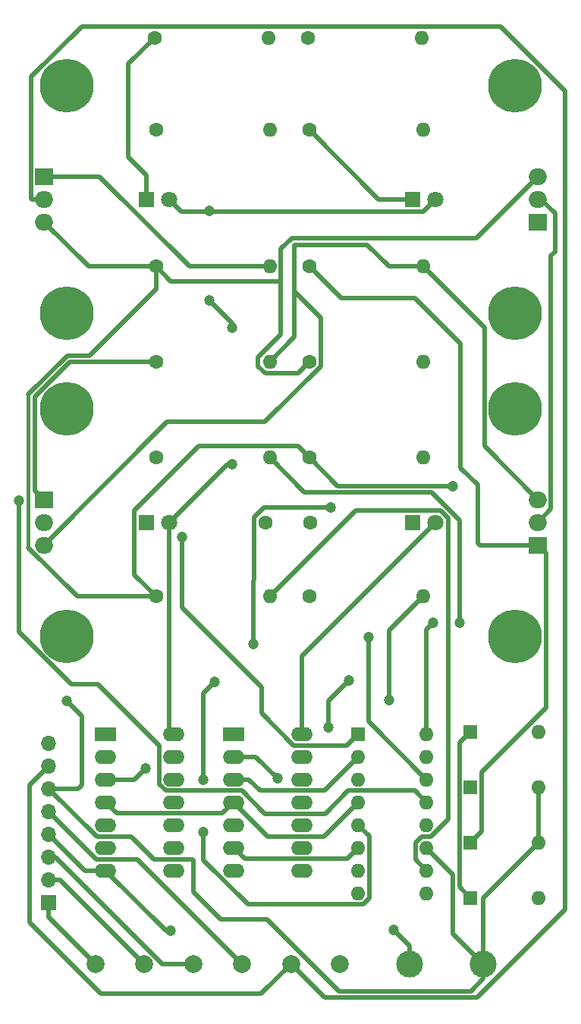
<source format=gtl>
%TF.GenerationSoftware,KiCad,Pcbnew,7.0.11*%
%TF.CreationDate,2024-05-22T12:52:35-06:00*%
%TF.ProjectId,H_Bridge,485f4272-6964-4676-952e-6b696361645f,rev?*%
%TF.SameCoordinates,Original*%
%TF.FileFunction,Copper,L1,Top*%
%TF.FilePolarity,Positive*%
%FSLAX46Y46*%
G04 Gerber Fmt 4.6, Leading zero omitted, Abs format (unit mm)*
G04 Created by KiCad (PCBNEW 7.0.11) date 2024-05-22 12:52:35*
%MOMM*%
%LPD*%
G01*
G04 APERTURE LIST*
%TA.AperFunction,ComponentPad*%
%ADD10C,6.000000*%
%TD*%
%TA.AperFunction,ComponentPad*%
%ADD11R,1.800000X1.800000*%
%TD*%
%TA.AperFunction,ComponentPad*%
%ADD12C,1.800000*%
%TD*%
%TA.AperFunction,ComponentPad*%
%ADD13R,1.600000X1.600000*%
%TD*%
%TA.AperFunction,ComponentPad*%
%ADD14O,1.600000X1.600000*%
%TD*%
%TA.AperFunction,ComponentPad*%
%ADD15C,1.600000*%
%TD*%
%TA.AperFunction,ComponentPad*%
%ADD16C,2.000000*%
%TD*%
%TA.AperFunction,ComponentPad*%
%ADD17R,2.400000X1.600000*%
%TD*%
%TA.AperFunction,ComponentPad*%
%ADD18O,2.400000X1.600000*%
%TD*%
%TA.AperFunction,ComponentPad*%
%ADD19R,2.000000X1.905000*%
%TD*%
%TA.AperFunction,ComponentPad*%
%ADD20O,2.000000X1.905000*%
%TD*%
%TA.AperFunction,ComponentPad*%
%ADD21C,3.000000*%
%TD*%
%TA.AperFunction,ComponentPad*%
%ADD22R,1.700000X1.700000*%
%TD*%
%TA.AperFunction,ComponentPad*%
%ADD23O,1.700000X1.700000*%
%TD*%
%TA.AperFunction,ViaPad*%
%ADD24C,1.200000*%
%TD*%
%TA.AperFunction,Conductor*%
%ADD25C,0.500000*%
%TD*%
%TA.AperFunction,Conductor*%
%ADD26C,0.200000*%
%TD*%
%TA.AperFunction,Conductor*%
%ADD27C,0.400000*%
%TD*%
G04 APERTURE END LIST*
D10*
%TO.P,HS4,1*%
%TO.N,N/C*%
X184658000Y-84836000D03*
X184658000Y-110236000D03*
%TD*%
D11*
%TO.P,D7,1,K*%
%TO.N,Net-(D7-K)*%
X173228000Y-97536000D03*
D12*
%TO.P,D7,2,A*%
%TO.N,+5V*%
X175768000Y-97536000D03*
%TD*%
D13*
%TO.P,D6,1,K*%
%TO.N,+12V*%
X179658000Y-139446000D03*
D14*
%TO.P,D6,2,A*%
%TO.N,Net-(D6-A)*%
X187278000Y-139446000D03*
%TD*%
D15*
%TO.P,R10,1*%
%TO.N,Net-(D6-A)*%
X161671000Y-105791000D03*
D14*
%TO.P,R10,2*%
%TO.N,Net-(R10-Pad2)*%
X174371000Y-105791000D03*
%TD*%
D13*
%TO.P,D3,1,K*%
%TO.N,+12V*%
X179658000Y-120904000D03*
D14*
%TO.P,D3,2,A*%
%TO.N,Net-(D3-A)*%
X187278000Y-120904000D03*
%TD*%
D16*
%TO.P,TP3,1,1*%
%TO.N,+5V*%
X148701400Y-146812000D03*
%TD*%
D13*
%TO.P,U3,1*%
%TO.N,Net-(R1-Pad2)*%
X167132000Y-121158000D03*
D14*
%TO.P,U3,2*%
%TO.N,/CW0*%
X167132000Y-123698000D03*
%TO.P,U3,3*%
%TO.N,Net-(R2-Pad2)*%
X167132000Y-126238000D03*
%TO.P,U3,4*%
%TO.N,/CCW1*%
X167132000Y-128778000D03*
%TO.P,U3,5*%
%TO.N,Net-(R12-Pad2)*%
X167132000Y-131318000D03*
%TO.P,U3,6*%
%TO.N,/CCW0*%
X167132000Y-133858000D03*
%TO.P,U3,7*%
%TO.N,Net-(R11-Pad2)*%
X167132000Y-136398000D03*
%TO.P,U3,8*%
%TO.N,/CW1*%
X167132000Y-138938000D03*
%TO.P,U3,9*%
%TO.N,Net-(D5-K)*%
X174752000Y-138938000D03*
%TO.P,U3,10*%
%TO.N,Net-(R7-Pad2)*%
X174752000Y-136398000D03*
%TO.P,U3,11*%
%TO.N,GND1*%
X174752000Y-133858000D03*
%TO.P,U3,12*%
%TO.N,Net-(R10-Pad2)*%
X174752000Y-131318000D03*
%TO.P,U3,13*%
%TO.N,Net-(D4-K)*%
X174752000Y-128778000D03*
%TO.P,U3,14*%
%TO.N,Net-(R5-Pad2)*%
X174752000Y-126238000D03*
%TO.P,U3,15*%
%TO.N,GND1*%
X174752000Y-123698000D03*
%TO.P,U3,16*%
%TO.N,Net-(R4-Pad2)*%
X174752000Y-121158000D03*
%TD*%
D10*
%TO.P,HS2,1*%
%TO.N,N/C*%
X134620000Y-110236000D03*
X134620000Y-84836000D03*
%TD*%
D17*
%TO.P,U1,1*%
%TO.N,/S1*%
X138938000Y-121158000D03*
D18*
%TO.P,U1,2*%
%TO.N,/CW1*%
X138938000Y-123698000D03*
%TO.P,U1,3*%
%TO.N,/S0*%
X138938000Y-126238000D03*
%TO.P,U1,4*%
%TO.N,/CCW1*%
X138938000Y-128778000D03*
%TO.P,U1,5*%
%TO.N,unconnected-(U1-Pad5)*%
X138938000Y-131318000D03*
%TO.P,U1,6*%
%TO.N,unconnected-(U1-Pad6)*%
X138938000Y-133858000D03*
%TO.P,U1,7,GND*%
%TO.N,GND*%
X138938000Y-136398000D03*
%TO.P,U1,8*%
%TO.N,unconnected-(U1-Pad8)*%
X146558000Y-136398000D03*
%TO.P,U1,9*%
%TO.N,unconnected-(U1-Pad9)*%
X146558000Y-133858000D03*
%TO.P,U1,10*%
%TO.N,unconnected-(U1-Pad10)*%
X146558000Y-131318000D03*
%TO.P,U1,11*%
%TO.N,unconnected-(U1-Pad11)*%
X146558000Y-128778000D03*
%TO.P,U1,12*%
%TO.N,unconnected-(U1-Pad12)*%
X146558000Y-126238000D03*
%TO.P,U1,13*%
%TO.N,unconnected-(U1-Pad13)*%
X146558000Y-123698000D03*
%TO.P,U1,14,VCC*%
%TO.N,+5V*%
X146558000Y-121158000D03*
%TD*%
D19*
%TO.P,Q2,1,G*%
%TO.N,Net-(D4-K)*%
X132080000Y-94996000D03*
D20*
%TO.P,Q2,2,D*%
%TO.N,/M+*%
X132080000Y-97536000D03*
%TO.P,Q2,3,S*%
%TO.N,GND1*%
X132080000Y-100076000D03*
%TD*%
D21*
%TO.P,TP4,1,1*%
%TO.N,GND*%
X172851000Y-146812000D03*
%TD*%
D15*
%TO.P,R6,1*%
%TO.N,Net-(D4-K)*%
X144558334Y-79629000D03*
D14*
%TO.P,R6,2*%
%TO.N,GND1*%
X157258334Y-79629000D03*
%TD*%
D10*
%TO.P,HS1,1*%
%TO.N,N/C*%
X134620000Y-74168000D03*
X134620000Y-48768000D03*
%TD*%
D15*
%TO.P,R3,1*%
%TO.N,+12V*%
X144558334Y-68961000D03*
D14*
%TO.P,R3,2*%
%TO.N,Net-(D3-A)*%
X157258334Y-68961000D03*
%TD*%
D15*
%TO.P,R2,1*%
%TO.N,Net-(D2-K)*%
X144558334Y-53721000D03*
D14*
%TO.P,R2,2*%
%TO.N,Net-(R2-Pad2)*%
X157258334Y-53721000D03*
%TD*%
D15*
%TO.P,R1,1*%
%TO.N,Net-(D1-K)*%
X144431334Y-43434000D03*
D14*
%TO.P,R1,2*%
%TO.N,Net-(R1-Pad2)*%
X157131334Y-43434000D03*
%TD*%
D13*
%TO.P,D4,1,K*%
%TO.N,Net-(D4-K)*%
X179658000Y-127084666D03*
D14*
%TO.P,D4,2,A*%
%TO.N,GND1*%
X187278000Y-127084666D03*
%TD*%
D21*
%TO.P,TP6,1,1*%
%TO.N,GND1*%
X181102000Y-146812000D03*
%TD*%
D11*
%TO.P,D8,1,K*%
%TO.N,Net-(D8-K)*%
X173228000Y-61468000D03*
D12*
%TO.P,D8,2,A*%
%TO.N,+5V*%
X175768000Y-61468000D03*
%TD*%
D15*
%TO.P,R8,1*%
%TO.N,Net-(D5-K)*%
X161671000Y-68961000D03*
D14*
%TO.P,R8,2*%
%TO.N,GND1*%
X174371000Y-68961000D03*
%TD*%
D22*
%TO.P,J1,1,Pin_1*%
%TO.N,/S0*%
X132588000Y-139954000D03*
D23*
%TO.P,J1,2,Pin_2*%
%TO.N,/S1*%
X132588000Y-137414000D03*
%TO.P,J1,3,Pin_3*%
%TO.N,+5V*%
X132588000Y-134874000D03*
%TO.P,J1,4,Pin_4*%
%TO.N,GND*%
X132588000Y-132334000D03*
%TO.P,J1,5,Pin_5*%
%TO.N,+12V*%
X132588000Y-129794000D03*
%TO.P,J1,6,Pin_6*%
%TO.N,GND1*%
X132588000Y-127254000D03*
%TO.P,J1,7,Pin_7*%
%TO.N,/M+*%
X132588000Y-124714000D03*
%TO.P,J1,8,Pin_8*%
%TO.N,/M-*%
X132588000Y-122174000D03*
%TD*%
D15*
%TO.P,R4,1*%
%TO.N,Net-(D3-A)*%
X144558334Y-90297000D03*
D14*
%TO.P,R4,2*%
%TO.N,Net-(R4-Pad2)*%
X157258334Y-90297000D03*
%TD*%
D16*
%TO.P,TP7,1,1*%
%TO.N,/M+*%
X159633800Y-146812000D03*
%TD*%
D10*
%TO.P,HS3,1*%
%TO.N,N/C*%
X184658000Y-48768000D03*
X184658000Y-74168000D03*
%TD*%
D15*
%TO.P,R12,1*%
%TO.N,Net-(D8-K)*%
X161671000Y-53721000D03*
D14*
%TO.P,R12,2*%
%TO.N,Net-(R12-Pad2)*%
X174371000Y-53721000D03*
%TD*%
D15*
%TO.P,R11,1*%
%TO.N,Net-(D7-K)*%
X161544000Y-43434000D03*
D14*
%TO.P,R11,2*%
%TO.N,Net-(R11-Pad2)*%
X174244000Y-43434000D03*
%TD*%
D11*
%TO.P,D2,1,K*%
%TO.N,Net-(D2-K)*%
X143510000Y-97536000D03*
D12*
%TO.P,D2,2,A*%
%TO.N,+5V*%
X146050000Y-97536000D03*
%TD*%
D16*
%TO.P,TP2,1,1*%
%TO.N,/S1*%
X143235200Y-146812000D03*
%TD*%
D15*
%TO.P,C1,1*%
%TO.N,/M+*%
X156758000Y-97536000D03*
%TO.P,C1,2*%
%TO.N,/M-*%
X161758000Y-97536000D03*
%TD*%
D11*
%TO.P,D1,1,K*%
%TO.N,Net-(D1-K)*%
X143510000Y-61468000D03*
D12*
%TO.P,D1,2,A*%
%TO.N,+5V*%
X146050000Y-61468000D03*
%TD*%
D19*
%TO.P,Q4,1,G*%
%TO.N,Net-(D5-K)*%
X187198000Y-100076000D03*
D20*
%TO.P,Q4,2,D*%
%TO.N,/M-*%
X187198000Y-97536000D03*
%TO.P,Q4,3,S*%
%TO.N,GND1*%
X187198000Y-94996000D03*
%TD*%
D16*
%TO.P,TP5,1,1*%
%TO.N,+12V*%
X154167600Y-146812000D03*
%TD*%
D19*
%TO.P,Q1,1,G*%
%TO.N,Net-(D3-A)*%
X132080000Y-58928000D03*
D20*
%TO.P,Q1,2,D*%
%TO.N,/M+*%
X132080000Y-61468000D03*
%TO.P,Q1,3,S*%
%TO.N,+12V*%
X132080000Y-64008000D03*
%TD*%
D19*
%TO.P,Q3,1,G*%
%TO.N,Net-(D6-A)*%
X187198000Y-64008000D03*
D20*
%TO.P,Q3,2,D*%
%TO.N,/M-*%
X187198000Y-61468000D03*
%TO.P,Q3,3,S*%
%TO.N,+12V*%
X187198000Y-58928000D03*
%TD*%
D15*
%TO.P,R9,1*%
%TO.N,+12V*%
X161671000Y-79629000D03*
D14*
%TO.P,R9,2*%
%TO.N,Net-(D6-A)*%
X174371000Y-79629000D03*
%TD*%
D13*
%TO.P,D5,1,K*%
%TO.N,Net-(D5-K)*%
X179658000Y-133265332D03*
D14*
%TO.P,D5,2,A*%
%TO.N,GND1*%
X187278000Y-133265332D03*
%TD*%
D16*
%TO.P,TP1,1,1*%
%TO.N,/S0*%
X137769000Y-146812000D03*
%TD*%
D15*
%TO.P,R5,1*%
%TO.N,+12V*%
X161671000Y-90297000D03*
D14*
%TO.P,R5,2*%
%TO.N,Net-(R5-Pad2)*%
X174371000Y-90297000D03*
%TD*%
D16*
%TO.P,TP8,1,1*%
%TO.N,/M-*%
X165100000Y-146812000D03*
%TD*%
D17*
%TO.P,U2,1*%
%TO.N,/S0*%
X153210000Y-121158000D03*
D18*
%TO.P,U2,2*%
%TO.N,/CW1*%
X153210000Y-123698000D03*
%TO.P,U2,3*%
%TO.N,/CW0*%
X153210000Y-126238000D03*
%TO.P,U2,4*%
%TO.N,/CCW1*%
X153210000Y-128778000D03*
%TO.P,U2,5*%
%TO.N,/S1*%
X153210000Y-131318000D03*
%TO.P,U2,6*%
%TO.N,/CCW0*%
X153210000Y-133858000D03*
%TO.P,U2,7,GND*%
%TO.N,GND*%
X153210000Y-136398000D03*
%TO.P,U2,8*%
%TO.N,unconnected-(U2-Pad8)*%
X160830000Y-136398000D03*
%TO.P,U2,9*%
%TO.N,unconnected-(U2-Pad9)*%
X160830000Y-133858000D03*
%TO.P,U2,10*%
%TO.N,unconnected-(U2-Pad10)*%
X160830000Y-131318000D03*
%TO.P,U2,11*%
%TO.N,unconnected-(U2-Pad11)*%
X160830000Y-128778000D03*
%TO.P,U2,12*%
%TO.N,unconnected-(U2-Pad12)*%
X160830000Y-126238000D03*
%TO.P,U2,13*%
%TO.N,unconnected-(U2-Pad13)*%
X160830000Y-123698000D03*
%TO.P,U2,14,VCC*%
%TO.N,+5V*%
X160830000Y-121158000D03*
%TD*%
D15*
%TO.P,R7,1*%
%TO.N,+12V*%
X144558334Y-105791000D03*
D14*
%TO.P,R7,2*%
%TO.N,Net-(R7-Pad2)*%
X157258334Y-105791000D03*
%TD*%
D24*
%TO.N,+5V*%
X153035000Y-91059000D03*
X150495000Y-72771000D03*
X150495000Y-62738000D03*
X153035000Y-75819000D03*
%TO.N,+12V*%
X177673000Y-93472000D03*
%TO.N,Net-(D4-K)*%
X129286000Y-95123000D03*
%TO.N,GND1*%
X134620000Y-117475000D03*
%TO.N,Net-(R1-Pad2)*%
X147447000Y-99187000D03*
%TO.N,Net-(R4-Pad2)*%
X175514000Y-108712000D03*
X178435000Y-108712000D03*
%TO.N,Net-(R5-Pad2)*%
X168275000Y-110363000D03*
%TO.N,Net-(R10-Pad2)*%
X170561000Y-117348000D03*
%TO.N,Net-(R11-Pad2)*%
X166116000Y-115189000D03*
X163830000Y-120396000D03*
%TO.N,Net-(R12-Pad2)*%
X155448000Y-111125000D03*
X149860000Y-126238000D03*
X149860000Y-132080000D03*
X151130000Y-115316000D03*
X164084000Y-95885000D03*
%TO.N,/CW1*%
X158115000Y-126111000D03*
%TO.N,/S0*%
X143383000Y-124968000D03*
%TO.N,GND*%
X146177000Y-143129000D03*
X171069000Y-143002000D03*
%TD*%
D25*
%TO.N,/M+*%
X156293717Y-150152083D02*
X140208000Y-150152083D01*
X190246000Y-49403000D02*
X190246000Y-140716000D01*
X182997532Y-42154532D02*
X190246000Y-49403000D01*
X130429000Y-142190921D02*
X138390162Y-150152083D01*
X190246000Y-140716000D02*
X180402000Y-150560000D01*
X132588000Y-124714000D02*
X130429000Y-126873000D01*
X130675000Y-61468000D02*
X130630000Y-61423000D01*
X163381800Y-150560000D02*
X159633800Y-146812000D01*
X159633800Y-146812000D02*
X156293717Y-150152083D01*
X130630000Y-47805000D02*
X136280468Y-42154532D01*
X138390162Y-150152083D02*
X140208000Y-150152083D01*
X130630000Y-61423000D02*
X130630000Y-47805000D01*
X136280468Y-42154532D02*
X182997532Y-42154532D01*
X132080000Y-61468000D02*
X130675000Y-61468000D01*
X130429000Y-126873000D02*
X130429000Y-142190921D01*
X180402000Y-150560000D02*
X163381800Y-150560000D01*
D26*
%TO.N,/M-*%
X187198000Y-61468000D02*
X187245500Y-61468000D01*
D25*
X189103000Y-67310000D02*
X188648000Y-67765000D01*
X188648000Y-96086000D02*
X187198000Y-97536000D01*
X187198000Y-61468000D02*
X187510500Y-61468000D01*
X187510500Y-61468000D02*
X189103000Y-63060500D01*
X188648000Y-67765000D02*
X188648000Y-96086000D01*
X189103000Y-63060500D02*
X189103000Y-67310000D01*
%TO.N,Net-(D1-K)*%
X144431334Y-43434000D02*
X141478000Y-46387334D01*
X141478000Y-46387334D02*
X141478000Y-56769000D01*
X143510000Y-58801000D02*
X143510000Y-61468000D01*
X141478000Y-56769000D02*
X143510000Y-58801000D01*
D26*
X143458334Y-61416334D02*
X143510000Y-61468000D01*
D25*
%TO.N,+5V*%
X150415000Y-62818000D02*
X150495000Y-62738000D01*
X150575000Y-62818000D02*
X174418000Y-62818000D01*
X145288000Y-146812000D02*
X133350000Y-134874000D01*
X153035000Y-75819000D02*
X153035000Y-75311000D01*
X146050000Y-97536000D02*
X152527000Y-91059000D01*
X152527000Y-91059000D02*
X153035000Y-91059000D01*
X146050000Y-97536000D02*
X146050000Y-120650000D01*
X160830000Y-121158000D02*
X160830000Y-112474000D01*
X146050000Y-61468000D02*
X147400000Y-62818000D01*
X147400000Y-62818000D02*
X150415000Y-62818000D01*
X160830000Y-112474000D02*
X175768000Y-97536000D01*
X146050000Y-120650000D02*
X146558000Y-121158000D01*
X153035000Y-91059000D02*
X152908000Y-91059000D01*
X174418000Y-62818000D02*
X175768000Y-61468000D01*
X148701400Y-146812000D02*
X145288000Y-146812000D01*
X150495000Y-62738000D02*
X150575000Y-62818000D01*
X133350000Y-134874000D02*
X132588000Y-134874000D01*
X153035000Y-75311000D02*
X150495000Y-72771000D01*
%TO.N,+12V*%
X155956000Y-79121000D02*
X155956000Y-80094433D01*
X142484600Y-135129000D02*
X137923000Y-135129000D01*
X164846000Y-93472000D02*
X161671000Y-90297000D01*
X144558334Y-68961000D02*
X137033000Y-68961000D01*
X177673000Y-93472000D02*
X164846000Y-93472000D01*
X158508334Y-76568666D02*
X155956000Y-79121000D01*
X142160000Y-96219000D02*
X149352000Y-89027000D01*
X179658000Y-139446000D02*
X178408000Y-138196000D01*
X154167600Y-146812000D02*
X142484600Y-135129000D01*
D27*
X130302000Y-83285013D02*
X130302000Y-100328935D01*
D25*
X178408000Y-122154000D02*
X179658000Y-120904000D01*
X159704000Y-65848000D02*
X158508334Y-67043666D01*
X187198000Y-58928000D02*
X180278000Y-65848000D01*
X137098000Y-78929000D02*
X134658013Y-78929000D01*
X156760567Y-80899000D02*
X160401000Y-80899000D01*
X135764065Y-105791000D02*
X144558334Y-105791000D01*
X146209334Y-70612000D02*
X158508334Y-70612000D01*
X142160000Y-103392666D02*
X142160000Y-96219000D01*
X137033000Y-68961000D02*
X132080000Y-64008000D01*
X149352000Y-89027000D02*
X160401000Y-89027000D01*
X130302000Y-100328935D02*
X135764065Y-105791000D01*
X158508334Y-70612000D02*
X158508334Y-76568666D01*
X144558334Y-68961000D02*
X144558334Y-71468666D01*
X178408000Y-138196000D02*
X178408000Y-122154000D01*
X160401000Y-89027000D02*
X161671000Y-90297000D01*
X134658013Y-78929000D02*
X130302000Y-83285013D01*
X144558334Y-68961000D02*
X146209334Y-70612000D01*
X158508334Y-67043666D02*
X158508334Y-70612000D01*
X180278000Y-65848000D02*
X159704000Y-65848000D01*
X144558334Y-71468666D02*
X137098000Y-78929000D01*
X137923000Y-135129000D02*
X132588000Y-129794000D01*
X155956000Y-80094433D02*
X156760567Y-80899000D01*
X144558334Y-105791000D02*
X142160000Y-103392666D01*
X160401000Y-80899000D02*
X161671000Y-79629000D01*
%TO.N,Net-(D3-A)*%
X148303000Y-68961000D02*
X138270000Y-58928000D01*
X138270000Y-58928000D02*
X132080000Y-58928000D01*
X157258334Y-68961000D02*
X148303000Y-68961000D01*
%TO.N,Net-(D4-K)*%
X129286000Y-109781038D02*
X129513481Y-110008519D01*
X144558334Y-79629000D02*
X134947963Y-79629000D01*
X138070000Y-115591000D02*
X144927000Y-122448000D01*
X145640233Y-127488000D02*
X154127767Y-127488000D01*
X134947963Y-79629000D02*
X131064000Y-83512963D01*
X129513481Y-110008519D02*
X135095963Y-115591000D01*
X144907000Y-126754767D02*
X145640233Y-127488000D01*
X131064000Y-93980000D02*
X132080000Y-94996000D01*
X129286000Y-95123000D02*
X129286000Y-109781038D01*
X166009000Y-127488000D02*
X173462000Y-127488000D01*
X154127767Y-127488000D02*
X156707767Y-130068000D01*
X144907000Y-122428000D02*
X144907000Y-126754767D01*
X156707767Y-130068000D02*
X163429000Y-130068000D01*
X173462000Y-127488000D02*
X174752000Y-128778000D01*
X131064000Y-83512963D02*
X131064000Y-93980000D01*
X135095963Y-115591000D02*
X138070000Y-115591000D01*
X163429000Y-130068000D02*
X166009000Y-127488000D01*
%TO.N,GND1*%
X145808334Y-86347666D02*
X156720101Y-86347666D01*
X179705000Y-149860000D02*
X181102000Y-148463000D01*
X170561000Y-68961000D02*
X168148000Y-66548000D01*
X177708000Y-143418000D02*
X177708000Y-136814000D01*
X148610000Y-135148000D02*
X148717000Y-135255000D01*
X160020000Y-71755000D02*
X160020000Y-76867334D01*
X162941000Y-74676000D02*
X160020000Y-71755000D01*
X148717000Y-135255000D02*
X148717000Y-138811000D01*
X151765000Y-141859000D02*
X156972000Y-141859000D01*
X164973000Y-149860000D02*
X179705000Y-149860000D01*
X160020000Y-76867334D02*
X157258334Y-79629000D01*
X162941000Y-80126767D02*
X162941000Y-74676000D01*
X132588000Y-127254000D02*
X137942000Y-132608000D01*
X181208000Y-75798000D02*
X174371000Y-68961000D01*
X187198000Y-94996000D02*
X181208000Y-89006000D01*
X181102000Y-146812000D02*
X177708000Y-143418000D01*
X144292000Y-135148000D02*
X148610000Y-135148000D01*
X160020000Y-66548000D02*
X160020000Y-71755000D01*
X148717000Y-138811000D02*
X151765000Y-141859000D01*
X135890000Y-127254000D02*
X132588000Y-127254000D01*
X174371000Y-68961000D02*
X170561000Y-68961000D01*
X132080000Y-100076000D02*
X145808334Y-86347666D01*
X156972000Y-141859000D02*
X164973000Y-149860000D01*
X136271000Y-119126000D02*
X136271000Y-126873000D01*
X156720101Y-86347666D02*
X162941000Y-80126767D01*
X181102000Y-146812000D02*
X181102000Y-139441332D01*
X181102000Y-139441332D02*
X187278000Y-133265332D01*
X181102000Y-148463000D02*
X181102000Y-146812000D01*
X141752000Y-132608000D02*
X144292000Y-135148000D01*
X168148000Y-66548000D02*
X160020000Y-66548000D01*
X136271000Y-126873000D02*
X135890000Y-127254000D01*
X137942000Y-132608000D02*
X141752000Y-132608000D01*
X181208000Y-89006000D02*
X181208000Y-75798000D01*
X177708000Y-136814000D02*
X174752000Y-133858000D01*
X187278000Y-133265332D02*
X187278000Y-127084666D01*
X134620000Y-117475000D02*
X136271000Y-119126000D01*
%TO.N,Net-(D5-K)*%
X187198000Y-100076000D02*
X180721000Y-100076000D01*
X173482000Y-72517000D02*
X178562000Y-77597000D01*
X188108000Y-100986000D02*
X188108000Y-118216000D01*
X165227000Y-72517000D02*
X173482000Y-72517000D01*
X188108000Y-118216000D02*
X180908000Y-125416000D01*
X180908000Y-125416000D02*
X180908000Y-132015332D01*
X187198000Y-100076000D02*
X188108000Y-100986000D01*
X180721000Y-100076000D02*
X180467000Y-99822000D01*
X180467000Y-99822000D02*
X180467000Y-93345000D01*
X178562000Y-77597000D02*
X178562000Y-91440000D01*
X161671000Y-68961000D02*
X165227000Y-72517000D01*
X180467000Y-93345000D02*
X178562000Y-91440000D01*
X180908000Y-132015332D02*
X179658000Y-133265332D01*
%TO.N,Net-(D8-K)*%
X169418000Y-61468000D02*
X161671000Y-53721000D01*
X173228000Y-61468000D02*
X169418000Y-61468000D01*
%TO.N,Net-(R1-Pad2)*%
X156337000Y-118832767D02*
X159932233Y-122428000D01*
X147447000Y-99187000D02*
X147447000Y-107061000D01*
X156337000Y-115951000D02*
X156337000Y-118832767D01*
X165862000Y-122428000D02*
X167132000Y-121158000D01*
X159932233Y-122428000D02*
X165862000Y-122428000D01*
X147447000Y-107061000D02*
X156337000Y-115951000D01*
%TO.N,Net-(R4-Pad2)*%
X175514000Y-108712000D02*
X174752000Y-109474000D01*
X175303139Y-94172000D02*
X177725570Y-96594430D01*
X178435000Y-97303860D02*
X177725570Y-96594430D01*
X174752000Y-109474000D02*
X174752000Y-121158000D01*
X178435000Y-108712000D02*
X178435000Y-97303860D01*
X157258334Y-90297000D02*
X161133334Y-94172000D01*
X161133334Y-94172000D02*
X175303139Y-94172000D01*
%TO.N,Net-(R5-Pad2)*%
X168275000Y-119761000D02*
X168275000Y-110363000D01*
X168275000Y-110363000D02*
X168275000Y-110490000D01*
X174752000Y-126238000D02*
X168275000Y-119761000D01*
%TO.N,Net-(R7-Pad2)*%
X177165000Y-97023811D02*
X176327189Y-96186000D01*
X174752000Y-136398000D02*
X173502000Y-135148000D01*
X166863334Y-96186000D02*
X157258334Y-105791000D01*
X173502000Y-133340233D02*
X174254233Y-132588000D01*
X177165000Y-130672767D02*
X177165000Y-97023811D01*
X176327189Y-96186000D02*
X166863334Y-96186000D01*
X175249767Y-132588000D02*
X177165000Y-130672767D01*
X174254233Y-132588000D02*
X175249767Y-132588000D01*
X173502000Y-135148000D02*
X173502000Y-133340233D01*
%TO.N,Net-(R10-Pad2)*%
X170561000Y-117348000D02*
X170561000Y-109601000D01*
X170561000Y-109601000D02*
X174371000Y-105791000D01*
%TO.N,Net-(R11-Pad2)*%
X166116000Y-115189000D02*
X163830000Y-117475000D01*
X163830000Y-117475000D02*
X163830000Y-120396000D01*
%TO.N,Net-(R12-Pad2)*%
X155448000Y-111125000D02*
X155508000Y-111058000D01*
X156641233Y-95885000D02*
X155508000Y-97018233D01*
X167132000Y-131318000D02*
X168382000Y-132568000D01*
X149860000Y-126238000D02*
X149860000Y-116586000D01*
X155508000Y-97018233D02*
X155448000Y-111125000D01*
X168382000Y-132568000D02*
X168382000Y-139466000D01*
X154832233Y-140188000D02*
X149860000Y-135215767D01*
X167660000Y-140188000D02*
X154832233Y-140188000D01*
X149860000Y-135215767D02*
X149860000Y-132080000D01*
X164084000Y-95885000D02*
X156641233Y-95885000D01*
X168382000Y-139466000D02*
X167660000Y-140188000D01*
X149860000Y-116586000D02*
X151130000Y-115316000D01*
%TO.N,/S1*%
X133837200Y-137414000D02*
X132588000Y-137414000D01*
X143235200Y-146812000D02*
X133837200Y-137414000D01*
%TO.N,/CW1*%
X158115000Y-126111000D02*
X155702000Y-123698000D01*
X153210000Y-123698000D02*
X152810000Y-123698000D01*
X155702000Y-123698000D02*
X153210000Y-123698000D01*
%TO.N,/S0*%
X138938000Y-126238000D02*
X142113000Y-126238000D01*
X132588000Y-141631000D02*
X132588000Y-139954000D01*
X142113000Y-126238000D02*
X143383000Y-124968000D01*
X137769000Y-146812000D02*
X132588000Y-141631000D01*
%TO.N,/CCW1*%
X151960000Y-130028000D02*
X153210000Y-128778000D01*
X138938000Y-128778000D02*
X140188000Y-130028000D01*
X157040000Y-132608000D02*
X153210000Y-128778000D01*
X163302000Y-132608000D02*
X157040000Y-132608000D01*
X140188000Y-130028000D02*
X151960000Y-130028000D01*
X167132000Y-128778000D02*
X163302000Y-132608000D01*
%TO.N,GND*%
X136652000Y-136398000D02*
X132588000Y-132334000D01*
X145669000Y-143129000D02*
X146177000Y-143129000D01*
X138938000Y-136398000D02*
X145669000Y-143129000D01*
X172851000Y-146812000D02*
X172851000Y-144784000D01*
X138938000Y-136398000D02*
X136652000Y-136398000D01*
X172851000Y-144784000D02*
X171069000Y-143002000D01*
%TO.N,/CW0*%
X154910000Y-126238000D02*
X153210000Y-126238000D01*
X167132000Y-123698000D02*
X163342000Y-127488000D01*
X163342000Y-127488000D02*
X156160000Y-127488000D01*
X156160000Y-127488000D02*
X154910000Y-126238000D01*
%TO.N,/CCW0*%
X165882000Y-135108000D02*
X154460000Y-135108000D01*
X154460000Y-135108000D02*
X153210000Y-133858000D01*
X167132000Y-133858000D02*
X165882000Y-135108000D01*
%TD*%
M02*

</source>
